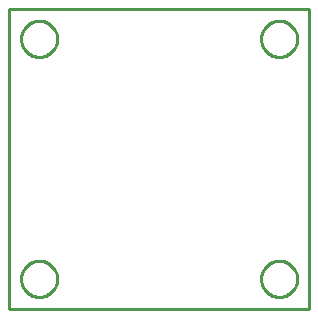
<source format=gko>
G04 EAGLE Gerber RS-274X export*
G75*
%MOMM*%
%FSLAX34Y34*%
%LPD*%
%IN*%
%IPPOS*%
%AMOC8*
5,1,8,0,0,1.08239X$1,22.5*%
G01*
%ADD10C,0.203200*%
%ADD11C,0.000000*%
%ADD12C,0.254000*%


D10*
X254000Y254000D02*
X0Y254000D01*
X0Y0D01*
X254000Y0D01*
X254000Y254000D01*
D11*
X10160Y228600D02*
X10165Y228974D01*
X10178Y229348D01*
X10201Y229721D01*
X10233Y230094D01*
X10275Y230466D01*
X10325Y230836D01*
X10384Y231205D01*
X10453Y231573D01*
X10530Y231939D01*
X10617Y232303D01*
X10712Y232665D01*
X10816Y233024D01*
X10929Y233381D01*
X11051Y233734D01*
X11181Y234085D01*
X11320Y234432D01*
X11467Y234776D01*
X11623Y235116D01*
X11787Y235452D01*
X11960Y235784D01*
X12140Y236112D01*
X12328Y236435D01*
X12524Y236753D01*
X12728Y237067D01*
X12940Y237375D01*
X13159Y237678D01*
X13386Y237976D01*
X13619Y238268D01*
X13860Y238554D01*
X14108Y238835D01*
X14362Y239109D01*
X14624Y239376D01*
X14891Y239638D01*
X15165Y239892D01*
X15446Y240140D01*
X15732Y240381D01*
X16024Y240614D01*
X16322Y240841D01*
X16625Y241060D01*
X16933Y241272D01*
X17247Y241476D01*
X17565Y241672D01*
X17888Y241860D01*
X18216Y242040D01*
X18548Y242213D01*
X18884Y242377D01*
X19224Y242533D01*
X19568Y242680D01*
X19915Y242819D01*
X20266Y242949D01*
X20619Y243071D01*
X20976Y243184D01*
X21335Y243288D01*
X21697Y243383D01*
X22061Y243470D01*
X22427Y243547D01*
X22795Y243616D01*
X23164Y243675D01*
X23534Y243725D01*
X23906Y243767D01*
X24279Y243799D01*
X24652Y243822D01*
X25026Y243835D01*
X25400Y243840D01*
X25774Y243835D01*
X26148Y243822D01*
X26521Y243799D01*
X26894Y243767D01*
X27266Y243725D01*
X27636Y243675D01*
X28005Y243616D01*
X28373Y243547D01*
X28739Y243470D01*
X29103Y243383D01*
X29465Y243288D01*
X29824Y243184D01*
X30181Y243071D01*
X30534Y242949D01*
X30885Y242819D01*
X31232Y242680D01*
X31576Y242533D01*
X31916Y242377D01*
X32252Y242213D01*
X32584Y242040D01*
X32912Y241860D01*
X33235Y241672D01*
X33553Y241476D01*
X33867Y241272D01*
X34175Y241060D01*
X34478Y240841D01*
X34776Y240614D01*
X35068Y240381D01*
X35354Y240140D01*
X35635Y239892D01*
X35909Y239638D01*
X36176Y239376D01*
X36438Y239109D01*
X36692Y238835D01*
X36940Y238554D01*
X37181Y238268D01*
X37414Y237976D01*
X37641Y237678D01*
X37860Y237375D01*
X38072Y237067D01*
X38276Y236753D01*
X38472Y236435D01*
X38660Y236112D01*
X38840Y235784D01*
X39013Y235452D01*
X39177Y235116D01*
X39333Y234776D01*
X39480Y234432D01*
X39619Y234085D01*
X39749Y233734D01*
X39871Y233381D01*
X39984Y233024D01*
X40088Y232665D01*
X40183Y232303D01*
X40270Y231939D01*
X40347Y231573D01*
X40416Y231205D01*
X40475Y230836D01*
X40525Y230466D01*
X40567Y230094D01*
X40599Y229721D01*
X40622Y229348D01*
X40635Y228974D01*
X40640Y228600D01*
X40635Y228226D01*
X40622Y227852D01*
X40599Y227479D01*
X40567Y227106D01*
X40525Y226734D01*
X40475Y226364D01*
X40416Y225995D01*
X40347Y225627D01*
X40270Y225261D01*
X40183Y224897D01*
X40088Y224535D01*
X39984Y224176D01*
X39871Y223819D01*
X39749Y223466D01*
X39619Y223115D01*
X39480Y222768D01*
X39333Y222424D01*
X39177Y222084D01*
X39013Y221748D01*
X38840Y221416D01*
X38660Y221088D01*
X38472Y220765D01*
X38276Y220447D01*
X38072Y220133D01*
X37860Y219825D01*
X37641Y219522D01*
X37414Y219224D01*
X37181Y218932D01*
X36940Y218646D01*
X36692Y218365D01*
X36438Y218091D01*
X36176Y217824D01*
X35909Y217562D01*
X35635Y217308D01*
X35354Y217060D01*
X35068Y216819D01*
X34776Y216586D01*
X34478Y216359D01*
X34175Y216140D01*
X33867Y215928D01*
X33553Y215724D01*
X33235Y215528D01*
X32912Y215340D01*
X32584Y215160D01*
X32252Y214987D01*
X31916Y214823D01*
X31576Y214667D01*
X31232Y214520D01*
X30885Y214381D01*
X30534Y214251D01*
X30181Y214129D01*
X29824Y214016D01*
X29465Y213912D01*
X29103Y213817D01*
X28739Y213730D01*
X28373Y213653D01*
X28005Y213584D01*
X27636Y213525D01*
X27266Y213475D01*
X26894Y213433D01*
X26521Y213401D01*
X26148Y213378D01*
X25774Y213365D01*
X25400Y213360D01*
X25026Y213365D01*
X24652Y213378D01*
X24279Y213401D01*
X23906Y213433D01*
X23534Y213475D01*
X23164Y213525D01*
X22795Y213584D01*
X22427Y213653D01*
X22061Y213730D01*
X21697Y213817D01*
X21335Y213912D01*
X20976Y214016D01*
X20619Y214129D01*
X20266Y214251D01*
X19915Y214381D01*
X19568Y214520D01*
X19224Y214667D01*
X18884Y214823D01*
X18548Y214987D01*
X18216Y215160D01*
X17888Y215340D01*
X17565Y215528D01*
X17247Y215724D01*
X16933Y215928D01*
X16625Y216140D01*
X16322Y216359D01*
X16024Y216586D01*
X15732Y216819D01*
X15446Y217060D01*
X15165Y217308D01*
X14891Y217562D01*
X14624Y217824D01*
X14362Y218091D01*
X14108Y218365D01*
X13860Y218646D01*
X13619Y218932D01*
X13386Y219224D01*
X13159Y219522D01*
X12940Y219825D01*
X12728Y220133D01*
X12524Y220447D01*
X12328Y220765D01*
X12140Y221088D01*
X11960Y221416D01*
X11787Y221748D01*
X11623Y222084D01*
X11467Y222424D01*
X11320Y222768D01*
X11181Y223115D01*
X11051Y223466D01*
X10929Y223819D01*
X10816Y224176D01*
X10712Y224535D01*
X10617Y224897D01*
X10530Y225261D01*
X10453Y225627D01*
X10384Y225995D01*
X10325Y226364D01*
X10275Y226734D01*
X10233Y227106D01*
X10201Y227479D01*
X10178Y227852D01*
X10165Y228226D01*
X10160Y228600D01*
X10160Y25400D02*
X10165Y25774D01*
X10178Y26148D01*
X10201Y26521D01*
X10233Y26894D01*
X10275Y27266D01*
X10325Y27636D01*
X10384Y28005D01*
X10453Y28373D01*
X10530Y28739D01*
X10617Y29103D01*
X10712Y29465D01*
X10816Y29824D01*
X10929Y30181D01*
X11051Y30534D01*
X11181Y30885D01*
X11320Y31232D01*
X11467Y31576D01*
X11623Y31916D01*
X11787Y32252D01*
X11960Y32584D01*
X12140Y32912D01*
X12328Y33235D01*
X12524Y33553D01*
X12728Y33867D01*
X12940Y34175D01*
X13159Y34478D01*
X13386Y34776D01*
X13619Y35068D01*
X13860Y35354D01*
X14108Y35635D01*
X14362Y35909D01*
X14624Y36176D01*
X14891Y36438D01*
X15165Y36692D01*
X15446Y36940D01*
X15732Y37181D01*
X16024Y37414D01*
X16322Y37641D01*
X16625Y37860D01*
X16933Y38072D01*
X17247Y38276D01*
X17565Y38472D01*
X17888Y38660D01*
X18216Y38840D01*
X18548Y39013D01*
X18884Y39177D01*
X19224Y39333D01*
X19568Y39480D01*
X19915Y39619D01*
X20266Y39749D01*
X20619Y39871D01*
X20976Y39984D01*
X21335Y40088D01*
X21697Y40183D01*
X22061Y40270D01*
X22427Y40347D01*
X22795Y40416D01*
X23164Y40475D01*
X23534Y40525D01*
X23906Y40567D01*
X24279Y40599D01*
X24652Y40622D01*
X25026Y40635D01*
X25400Y40640D01*
X25774Y40635D01*
X26148Y40622D01*
X26521Y40599D01*
X26894Y40567D01*
X27266Y40525D01*
X27636Y40475D01*
X28005Y40416D01*
X28373Y40347D01*
X28739Y40270D01*
X29103Y40183D01*
X29465Y40088D01*
X29824Y39984D01*
X30181Y39871D01*
X30534Y39749D01*
X30885Y39619D01*
X31232Y39480D01*
X31576Y39333D01*
X31916Y39177D01*
X32252Y39013D01*
X32584Y38840D01*
X32912Y38660D01*
X33235Y38472D01*
X33553Y38276D01*
X33867Y38072D01*
X34175Y37860D01*
X34478Y37641D01*
X34776Y37414D01*
X35068Y37181D01*
X35354Y36940D01*
X35635Y36692D01*
X35909Y36438D01*
X36176Y36176D01*
X36438Y35909D01*
X36692Y35635D01*
X36940Y35354D01*
X37181Y35068D01*
X37414Y34776D01*
X37641Y34478D01*
X37860Y34175D01*
X38072Y33867D01*
X38276Y33553D01*
X38472Y33235D01*
X38660Y32912D01*
X38840Y32584D01*
X39013Y32252D01*
X39177Y31916D01*
X39333Y31576D01*
X39480Y31232D01*
X39619Y30885D01*
X39749Y30534D01*
X39871Y30181D01*
X39984Y29824D01*
X40088Y29465D01*
X40183Y29103D01*
X40270Y28739D01*
X40347Y28373D01*
X40416Y28005D01*
X40475Y27636D01*
X40525Y27266D01*
X40567Y26894D01*
X40599Y26521D01*
X40622Y26148D01*
X40635Y25774D01*
X40640Y25400D01*
X40635Y25026D01*
X40622Y24652D01*
X40599Y24279D01*
X40567Y23906D01*
X40525Y23534D01*
X40475Y23164D01*
X40416Y22795D01*
X40347Y22427D01*
X40270Y22061D01*
X40183Y21697D01*
X40088Y21335D01*
X39984Y20976D01*
X39871Y20619D01*
X39749Y20266D01*
X39619Y19915D01*
X39480Y19568D01*
X39333Y19224D01*
X39177Y18884D01*
X39013Y18548D01*
X38840Y18216D01*
X38660Y17888D01*
X38472Y17565D01*
X38276Y17247D01*
X38072Y16933D01*
X37860Y16625D01*
X37641Y16322D01*
X37414Y16024D01*
X37181Y15732D01*
X36940Y15446D01*
X36692Y15165D01*
X36438Y14891D01*
X36176Y14624D01*
X35909Y14362D01*
X35635Y14108D01*
X35354Y13860D01*
X35068Y13619D01*
X34776Y13386D01*
X34478Y13159D01*
X34175Y12940D01*
X33867Y12728D01*
X33553Y12524D01*
X33235Y12328D01*
X32912Y12140D01*
X32584Y11960D01*
X32252Y11787D01*
X31916Y11623D01*
X31576Y11467D01*
X31232Y11320D01*
X30885Y11181D01*
X30534Y11051D01*
X30181Y10929D01*
X29824Y10816D01*
X29465Y10712D01*
X29103Y10617D01*
X28739Y10530D01*
X28373Y10453D01*
X28005Y10384D01*
X27636Y10325D01*
X27266Y10275D01*
X26894Y10233D01*
X26521Y10201D01*
X26148Y10178D01*
X25774Y10165D01*
X25400Y10160D01*
X25026Y10165D01*
X24652Y10178D01*
X24279Y10201D01*
X23906Y10233D01*
X23534Y10275D01*
X23164Y10325D01*
X22795Y10384D01*
X22427Y10453D01*
X22061Y10530D01*
X21697Y10617D01*
X21335Y10712D01*
X20976Y10816D01*
X20619Y10929D01*
X20266Y11051D01*
X19915Y11181D01*
X19568Y11320D01*
X19224Y11467D01*
X18884Y11623D01*
X18548Y11787D01*
X18216Y11960D01*
X17888Y12140D01*
X17565Y12328D01*
X17247Y12524D01*
X16933Y12728D01*
X16625Y12940D01*
X16322Y13159D01*
X16024Y13386D01*
X15732Y13619D01*
X15446Y13860D01*
X15165Y14108D01*
X14891Y14362D01*
X14624Y14624D01*
X14362Y14891D01*
X14108Y15165D01*
X13860Y15446D01*
X13619Y15732D01*
X13386Y16024D01*
X13159Y16322D01*
X12940Y16625D01*
X12728Y16933D01*
X12524Y17247D01*
X12328Y17565D01*
X12140Y17888D01*
X11960Y18216D01*
X11787Y18548D01*
X11623Y18884D01*
X11467Y19224D01*
X11320Y19568D01*
X11181Y19915D01*
X11051Y20266D01*
X10929Y20619D01*
X10816Y20976D01*
X10712Y21335D01*
X10617Y21697D01*
X10530Y22061D01*
X10453Y22427D01*
X10384Y22795D01*
X10325Y23164D01*
X10275Y23534D01*
X10233Y23906D01*
X10201Y24279D01*
X10178Y24652D01*
X10165Y25026D01*
X10160Y25400D01*
X213360Y25400D02*
X213365Y25774D01*
X213378Y26148D01*
X213401Y26521D01*
X213433Y26894D01*
X213475Y27266D01*
X213525Y27636D01*
X213584Y28005D01*
X213653Y28373D01*
X213730Y28739D01*
X213817Y29103D01*
X213912Y29465D01*
X214016Y29824D01*
X214129Y30181D01*
X214251Y30534D01*
X214381Y30885D01*
X214520Y31232D01*
X214667Y31576D01*
X214823Y31916D01*
X214987Y32252D01*
X215160Y32584D01*
X215340Y32912D01*
X215528Y33235D01*
X215724Y33553D01*
X215928Y33867D01*
X216140Y34175D01*
X216359Y34478D01*
X216586Y34776D01*
X216819Y35068D01*
X217060Y35354D01*
X217308Y35635D01*
X217562Y35909D01*
X217824Y36176D01*
X218091Y36438D01*
X218365Y36692D01*
X218646Y36940D01*
X218932Y37181D01*
X219224Y37414D01*
X219522Y37641D01*
X219825Y37860D01*
X220133Y38072D01*
X220447Y38276D01*
X220765Y38472D01*
X221088Y38660D01*
X221416Y38840D01*
X221748Y39013D01*
X222084Y39177D01*
X222424Y39333D01*
X222768Y39480D01*
X223115Y39619D01*
X223466Y39749D01*
X223819Y39871D01*
X224176Y39984D01*
X224535Y40088D01*
X224897Y40183D01*
X225261Y40270D01*
X225627Y40347D01*
X225995Y40416D01*
X226364Y40475D01*
X226734Y40525D01*
X227106Y40567D01*
X227479Y40599D01*
X227852Y40622D01*
X228226Y40635D01*
X228600Y40640D01*
X228974Y40635D01*
X229348Y40622D01*
X229721Y40599D01*
X230094Y40567D01*
X230466Y40525D01*
X230836Y40475D01*
X231205Y40416D01*
X231573Y40347D01*
X231939Y40270D01*
X232303Y40183D01*
X232665Y40088D01*
X233024Y39984D01*
X233381Y39871D01*
X233734Y39749D01*
X234085Y39619D01*
X234432Y39480D01*
X234776Y39333D01*
X235116Y39177D01*
X235452Y39013D01*
X235784Y38840D01*
X236112Y38660D01*
X236435Y38472D01*
X236753Y38276D01*
X237067Y38072D01*
X237375Y37860D01*
X237678Y37641D01*
X237976Y37414D01*
X238268Y37181D01*
X238554Y36940D01*
X238835Y36692D01*
X239109Y36438D01*
X239376Y36176D01*
X239638Y35909D01*
X239892Y35635D01*
X240140Y35354D01*
X240381Y35068D01*
X240614Y34776D01*
X240841Y34478D01*
X241060Y34175D01*
X241272Y33867D01*
X241476Y33553D01*
X241672Y33235D01*
X241860Y32912D01*
X242040Y32584D01*
X242213Y32252D01*
X242377Y31916D01*
X242533Y31576D01*
X242680Y31232D01*
X242819Y30885D01*
X242949Y30534D01*
X243071Y30181D01*
X243184Y29824D01*
X243288Y29465D01*
X243383Y29103D01*
X243470Y28739D01*
X243547Y28373D01*
X243616Y28005D01*
X243675Y27636D01*
X243725Y27266D01*
X243767Y26894D01*
X243799Y26521D01*
X243822Y26148D01*
X243835Y25774D01*
X243840Y25400D01*
X243835Y25026D01*
X243822Y24652D01*
X243799Y24279D01*
X243767Y23906D01*
X243725Y23534D01*
X243675Y23164D01*
X243616Y22795D01*
X243547Y22427D01*
X243470Y22061D01*
X243383Y21697D01*
X243288Y21335D01*
X243184Y20976D01*
X243071Y20619D01*
X242949Y20266D01*
X242819Y19915D01*
X242680Y19568D01*
X242533Y19224D01*
X242377Y18884D01*
X242213Y18548D01*
X242040Y18216D01*
X241860Y17888D01*
X241672Y17565D01*
X241476Y17247D01*
X241272Y16933D01*
X241060Y16625D01*
X240841Y16322D01*
X240614Y16024D01*
X240381Y15732D01*
X240140Y15446D01*
X239892Y15165D01*
X239638Y14891D01*
X239376Y14624D01*
X239109Y14362D01*
X238835Y14108D01*
X238554Y13860D01*
X238268Y13619D01*
X237976Y13386D01*
X237678Y13159D01*
X237375Y12940D01*
X237067Y12728D01*
X236753Y12524D01*
X236435Y12328D01*
X236112Y12140D01*
X235784Y11960D01*
X235452Y11787D01*
X235116Y11623D01*
X234776Y11467D01*
X234432Y11320D01*
X234085Y11181D01*
X233734Y11051D01*
X233381Y10929D01*
X233024Y10816D01*
X232665Y10712D01*
X232303Y10617D01*
X231939Y10530D01*
X231573Y10453D01*
X231205Y10384D01*
X230836Y10325D01*
X230466Y10275D01*
X230094Y10233D01*
X229721Y10201D01*
X229348Y10178D01*
X228974Y10165D01*
X228600Y10160D01*
X228226Y10165D01*
X227852Y10178D01*
X227479Y10201D01*
X227106Y10233D01*
X226734Y10275D01*
X226364Y10325D01*
X225995Y10384D01*
X225627Y10453D01*
X225261Y10530D01*
X224897Y10617D01*
X224535Y10712D01*
X224176Y10816D01*
X223819Y10929D01*
X223466Y11051D01*
X223115Y11181D01*
X222768Y11320D01*
X222424Y11467D01*
X222084Y11623D01*
X221748Y11787D01*
X221416Y11960D01*
X221088Y12140D01*
X220765Y12328D01*
X220447Y12524D01*
X220133Y12728D01*
X219825Y12940D01*
X219522Y13159D01*
X219224Y13386D01*
X218932Y13619D01*
X218646Y13860D01*
X218365Y14108D01*
X218091Y14362D01*
X217824Y14624D01*
X217562Y14891D01*
X217308Y15165D01*
X217060Y15446D01*
X216819Y15732D01*
X216586Y16024D01*
X216359Y16322D01*
X216140Y16625D01*
X215928Y16933D01*
X215724Y17247D01*
X215528Y17565D01*
X215340Y17888D01*
X215160Y18216D01*
X214987Y18548D01*
X214823Y18884D01*
X214667Y19224D01*
X214520Y19568D01*
X214381Y19915D01*
X214251Y20266D01*
X214129Y20619D01*
X214016Y20976D01*
X213912Y21335D01*
X213817Y21697D01*
X213730Y22061D01*
X213653Y22427D01*
X213584Y22795D01*
X213525Y23164D01*
X213475Y23534D01*
X213433Y23906D01*
X213401Y24279D01*
X213378Y24652D01*
X213365Y25026D01*
X213360Y25400D01*
X213360Y228600D02*
X213365Y228974D01*
X213378Y229348D01*
X213401Y229721D01*
X213433Y230094D01*
X213475Y230466D01*
X213525Y230836D01*
X213584Y231205D01*
X213653Y231573D01*
X213730Y231939D01*
X213817Y232303D01*
X213912Y232665D01*
X214016Y233024D01*
X214129Y233381D01*
X214251Y233734D01*
X214381Y234085D01*
X214520Y234432D01*
X214667Y234776D01*
X214823Y235116D01*
X214987Y235452D01*
X215160Y235784D01*
X215340Y236112D01*
X215528Y236435D01*
X215724Y236753D01*
X215928Y237067D01*
X216140Y237375D01*
X216359Y237678D01*
X216586Y237976D01*
X216819Y238268D01*
X217060Y238554D01*
X217308Y238835D01*
X217562Y239109D01*
X217824Y239376D01*
X218091Y239638D01*
X218365Y239892D01*
X218646Y240140D01*
X218932Y240381D01*
X219224Y240614D01*
X219522Y240841D01*
X219825Y241060D01*
X220133Y241272D01*
X220447Y241476D01*
X220765Y241672D01*
X221088Y241860D01*
X221416Y242040D01*
X221748Y242213D01*
X222084Y242377D01*
X222424Y242533D01*
X222768Y242680D01*
X223115Y242819D01*
X223466Y242949D01*
X223819Y243071D01*
X224176Y243184D01*
X224535Y243288D01*
X224897Y243383D01*
X225261Y243470D01*
X225627Y243547D01*
X225995Y243616D01*
X226364Y243675D01*
X226734Y243725D01*
X227106Y243767D01*
X227479Y243799D01*
X227852Y243822D01*
X228226Y243835D01*
X228600Y243840D01*
X228974Y243835D01*
X229348Y243822D01*
X229721Y243799D01*
X230094Y243767D01*
X230466Y243725D01*
X230836Y243675D01*
X231205Y243616D01*
X231573Y243547D01*
X231939Y243470D01*
X232303Y243383D01*
X232665Y243288D01*
X233024Y243184D01*
X233381Y243071D01*
X233734Y242949D01*
X234085Y242819D01*
X234432Y242680D01*
X234776Y242533D01*
X235116Y242377D01*
X235452Y242213D01*
X235784Y242040D01*
X236112Y241860D01*
X236435Y241672D01*
X236753Y241476D01*
X237067Y241272D01*
X237375Y241060D01*
X237678Y240841D01*
X237976Y240614D01*
X238268Y240381D01*
X238554Y240140D01*
X238835Y239892D01*
X239109Y239638D01*
X239376Y239376D01*
X239638Y239109D01*
X239892Y238835D01*
X240140Y238554D01*
X240381Y238268D01*
X240614Y237976D01*
X240841Y237678D01*
X241060Y237375D01*
X241272Y237067D01*
X241476Y236753D01*
X241672Y236435D01*
X241860Y236112D01*
X242040Y235784D01*
X242213Y235452D01*
X242377Y235116D01*
X242533Y234776D01*
X242680Y234432D01*
X242819Y234085D01*
X242949Y233734D01*
X243071Y233381D01*
X243184Y233024D01*
X243288Y232665D01*
X243383Y232303D01*
X243470Y231939D01*
X243547Y231573D01*
X243616Y231205D01*
X243675Y230836D01*
X243725Y230466D01*
X243767Y230094D01*
X243799Y229721D01*
X243822Y229348D01*
X243835Y228974D01*
X243840Y228600D01*
X243835Y228226D01*
X243822Y227852D01*
X243799Y227479D01*
X243767Y227106D01*
X243725Y226734D01*
X243675Y226364D01*
X243616Y225995D01*
X243547Y225627D01*
X243470Y225261D01*
X243383Y224897D01*
X243288Y224535D01*
X243184Y224176D01*
X243071Y223819D01*
X242949Y223466D01*
X242819Y223115D01*
X242680Y222768D01*
X242533Y222424D01*
X242377Y222084D01*
X242213Y221748D01*
X242040Y221416D01*
X241860Y221088D01*
X241672Y220765D01*
X241476Y220447D01*
X241272Y220133D01*
X241060Y219825D01*
X240841Y219522D01*
X240614Y219224D01*
X240381Y218932D01*
X240140Y218646D01*
X239892Y218365D01*
X239638Y218091D01*
X239376Y217824D01*
X239109Y217562D01*
X238835Y217308D01*
X238554Y217060D01*
X238268Y216819D01*
X237976Y216586D01*
X237678Y216359D01*
X237375Y216140D01*
X237067Y215928D01*
X236753Y215724D01*
X236435Y215528D01*
X236112Y215340D01*
X235784Y215160D01*
X235452Y214987D01*
X235116Y214823D01*
X234776Y214667D01*
X234432Y214520D01*
X234085Y214381D01*
X233734Y214251D01*
X233381Y214129D01*
X233024Y214016D01*
X232665Y213912D01*
X232303Y213817D01*
X231939Y213730D01*
X231573Y213653D01*
X231205Y213584D01*
X230836Y213525D01*
X230466Y213475D01*
X230094Y213433D01*
X229721Y213401D01*
X229348Y213378D01*
X228974Y213365D01*
X228600Y213360D01*
X228226Y213365D01*
X227852Y213378D01*
X227479Y213401D01*
X227106Y213433D01*
X226734Y213475D01*
X226364Y213525D01*
X225995Y213584D01*
X225627Y213653D01*
X225261Y213730D01*
X224897Y213817D01*
X224535Y213912D01*
X224176Y214016D01*
X223819Y214129D01*
X223466Y214251D01*
X223115Y214381D01*
X222768Y214520D01*
X222424Y214667D01*
X222084Y214823D01*
X221748Y214987D01*
X221416Y215160D01*
X221088Y215340D01*
X220765Y215528D01*
X220447Y215724D01*
X220133Y215928D01*
X219825Y216140D01*
X219522Y216359D01*
X219224Y216586D01*
X218932Y216819D01*
X218646Y217060D01*
X218365Y217308D01*
X218091Y217562D01*
X217824Y217824D01*
X217562Y218091D01*
X217308Y218365D01*
X217060Y218646D01*
X216819Y218932D01*
X216586Y219224D01*
X216359Y219522D01*
X216140Y219825D01*
X215928Y220133D01*
X215724Y220447D01*
X215528Y220765D01*
X215340Y221088D01*
X215160Y221416D01*
X214987Y221748D01*
X214823Y222084D01*
X214667Y222424D01*
X214520Y222768D01*
X214381Y223115D01*
X214251Y223466D01*
X214129Y223819D01*
X214016Y224176D01*
X213912Y224535D01*
X213817Y224897D01*
X213730Y225261D01*
X213653Y225627D01*
X213584Y225995D01*
X213525Y226364D01*
X213475Y226734D01*
X213433Y227106D01*
X213401Y227479D01*
X213378Y227852D01*
X213365Y228226D01*
X213360Y228600D01*
D12*
X0Y0D02*
X254000Y0D01*
X254000Y254000D01*
X0Y254000D01*
X0Y0D01*
X40640Y228056D02*
X40562Y226970D01*
X40407Y225892D01*
X40176Y224829D01*
X39869Y223784D01*
X39489Y222764D01*
X39037Y221774D01*
X38515Y220819D01*
X37926Y219903D01*
X37274Y219031D01*
X36561Y218209D01*
X35791Y217439D01*
X34969Y216726D01*
X34097Y216074D01*
X33181Y215485D01*
X32226Y214963D01*
X31236Y214511D01*
X30216Y214131D01*
X29171Y213824D01*
X28108Y213593D01*
X27030Y213438D01*
X25944Y213360D01*
X24856Y213360D01*
X23770Y213438D01*
X22692Y213593D01*
X21629Y213824D01*
X20584Y214131D01*
X19564Y214511D01*
X18574Y214963D01*
X17619Y215485D01*
X16703Y216074D01*
X15831Y216726D01*
X15009Y217439D01*
X14239Y218209D01*
X13526Y219031D01*
X12874Y219903D01*
X12285Y220819D01*
X11763Y221774D01*
X11311Y222764D01*
X10931Y223784D01*
X10624Y224829D01*
X10393Y225892D01*
X10238Y226970D01*
X10160Y228056D01*
X10160Y229144D01*
X10238Y230230D01*
X10393Y231308D01*
X10624Y232371D01*
X10931Y233416D01*
X11311Y234436D01*
X11763Y235426D01*
X12285Y236381D01*
X12874Y237297D01*
X13526Y238169D01*
X14239Y238991D01*
X15009Y239761D01*
X15831Y240474D01*
X16703Y241126D01*
X17619Y241715D01*
X18574Y242237D01*
X19564Y242689D01*
X20584Y243069D01*
X21629Y243376D01*
X22692Y243607D01*
X23770Y243762D01*
X24856Y243840D01*
X25944Y243840D01*
X27030Y243762D01*
X28108Y243607D01*
X29171Y243376D01*
X30216Y243069D01*
X31236Y242689D01*
X32226Y242237D01*
X33181Y241715D01*
X34097Y241126D01*
X34969Y240474D01*
X35791Y239761D01*
X36561Y238991D01*
X37274Y238169D01*
X37926Y237297D01*
X38515Y236381D01*
X39037Y235426D01*
X39489Y234436D01*
X39869Y233416D01*
X40176Y232371D01*
X40407Y231308D01*
X40562Y230230D01*
X40640Y229144D01*
X40640Y228056D01*
X40640Y24856D02*
X40562Y23770D01*
X40407Y22692D01*
X40176Y21629D01*
X39869Y20584D01*
X39489Y19564D01*
X39037Y18574D01*
X38515Y17619D01*
X37926Y16703D01*
X37274Y15831D01*
X36561Y15009D01*
X35791Y14239D01*
X34969Y13526D01*
X34097Y12874D01*
X33181Y12285D01*
X32226Y11763D01*
X31236Y11311D01*
X30216Y10931D01*
X29171Y10624D01*
X28108Y10393D01*
X27030Y10238D01*
X25944Y10160D01*
X24856Y10160D01*
X23770Y10238D01*
X22692Y10393D01*
X21629Y10624D01*
X20584Y10931D01*
X19564Y11311D01*
X18574Y11763D01*
X17619Y12285D01*
X16703Y12874D01*
X15831Y13526D01*
X15009Y14239D01*
X14239Y15009D01*
X13526Y15831D01*
X12874Y16703D01*
X12285Y17619D01*
X11763Y18574D01*
X11311Y19564D01*
X10931Y20584D01*
X10624Y21629D01*
X10393Y22692D01*
X10238Y23770D01*
X10160Y24856D01*
X10160Y25944D01*
X10238Y27030D01*
X10393Y28108D01*
X10624Y29171D01*
X10931Y30216D01*
X11311Y31236D01*
X11763Y32226D01*
X12285Y33181D01*
X12874Y34097D01*
X13526Y34969D01*
X14239Y35791D01*
X15009Y36561D01*
X15831Y37274D01*
X16703Y37926D01*
X17619Y38515D01*
X18574Y39037D01*
X19564Y39489D01*
X20584Y39869D01*
X21629Y40176D01*
X22692Y40407D01*
X23770Y40562D01*
X24856Y40640D01*
X25944Y40640D01*
X27030Y40562D01*
X28108Y40407D01*
X29171Y40176D01*
X30216Y39869D01*
X31236Y39489D01*
X32226Y39037D01*
X33181Y38515D01*
X34097Y37926D01*
X34969Y37274D01*
X35791Y36561D01*
X36561Y35791D01*
X37274Y34969D01*
X37926Y34097D01*
X38515Y33181D01*
X39037Y32226D01*
X39489Y31236D01*
X39869Y30216D01*
X40176Y29171D01*
X40407Y28108D01*
X40562Y27030D01*
X40640Y25944D01*
X40640Y24856D01*
X243840Y24856D02*
X243762Y23770D01*
X243607Y22692D01*
X243376Y21629D01*
X243069Y20584D01*
X242689Y19564D01*
X242237Y18574D01*
X241715Y17619D01*
X241126Y16703D01*
X240474Y15831D01*
X239761Y15009D01*
X238991Y14239D01*
X238169Y13526D01*
X237297Y12874D01*
X236381Y12285D01*
X235426Y11763D01*
X234436Y11311D01*
X233416Y10931D01*
X232371Y10624D01*
X231308Y10393D01*
X230230Y10238D01*
X229144Y10160D01*
X228056Y10160D01*
X226970Y10238D01*
X225892Y10393D01*
X224829Y10624D01*
X223784Y10931D01*
X222764Y11311D01*
X221774Y11763D01*
X220819Y12285D01*
X219903Y12874D01*
X219031Y13526D01*
X218209Y14239D01*
X217439Y15009D01*
X216726Y15831D01*
X216074Y16703D01*
X215485Y17619D01*
X214963Y18574D01*
X214511Y19564D01*
X214131Y20584D01*
X213824Y21629D01*
X213593Y22692D01*
X213438Y23770D01*
X213360Y24856D01*
X213360Y25944D01*
X213438Y27030D01*
X213593Y28108D01*
X213824Y29171D01*
X214131Y30216D01*
X214511Y31236D01*
X214963Y32226D01*
X215485Y33181D01*
X216074Y34097D01*
X216726Y34969D01*
X217439Y35791D01*
X218209Y36561D01*
X219031Y37274D01*
X219903Y37926D01*
X220819Y38515D01*
X221774Y39037D01*
X222764Y39489D01*
X223784Y39869D01*
X224829Y40176D01*
X225892Y40407D01*
X226970Y40562D01*
X228056Y40640D01*
X229144Y40640D01*
X230230Y40562D01*
X231308Y40407D01*
X232371Y40176D01*
X233416Y39869D01*
X234436Y39489D01*
X235426Y39037D01*
X236381Y38515D01*
X237297Y37926D01*
X238169Y37274D01*
X238991Y36561D01*
X239761Y35791D01*
X240474Y34969D01*
X241126Y34097D01*
X241715Y33181D01*
X242237Y32226D01*
X242689Y31236D01*
X243069Y30216D01*
X243376Y29171D01*
X243607Y28108D01*
X243762Y27030D01*
X243840Y25944D01*
X243840Y24856D01*
X243840Y228056D02*
X243762Y226970D01*
X243607Y225892D01*
X243376Y224829D01*
X243069Y223784D01*
X242689Y222764D01*
X242237Y221774D01*
X241715Y220819D01*
X241126Y219903D01*
X240474Y219031D01*
X239761Y218209D01*
X238991Y217439D01*
X238169Y216726D01*
X237297Y216074D01*
X236381Y215485D01*
X235426Y214963D01*
X234436Y214511D01*
X233416Y214131D01*
X232371Y213824D01*
X231308Y213593D01*
X230230Y213438D01*
X229144Y213360D01*
X228056Y213360D01*
X226970Y213438D01*
X225892Y213593D01*
X224829Y213824D01*
X223784Y214131D01*
X222764Y214511D01*
X221774Y214963D01*
X220819Y215485D01*
X219903Y216074D01*
X219031Y216726D01*
X218209Y217439D01*
X217439Y218209D01*
X216726Y219031D01*
X216074Y219903D01*
X215485Y220819D01*
X214963Y221774D01*
X214511Y222764D01*
X214131Y223784D01*
X213824Y224829D01*
X213593Y225892D01*
X213438Y226970D01*
X213360Y228056D01*
X213360Y229144D01*
X213438Y230230D01*
X213593Y231308D01*
X213824Y232371D01*
X214131Y233416D01*
X214511Y234436D01*
X214963Y235426D01*
X215485Y236381D01*
X216074Y237297D01*
X216726Y238169D01*
X217439Y238991D01*
X218209Y239761D01*
X219031Y240474D01*
X219903Y241126D01*
X220819Y241715D01*
X221774Y242237D01*
X222764Y242689D01*
X223784Y243069D01*
X224829Y243376D01*
X225892Y243607D01*
X226970Y243762D01*
X228056Y243840D01*
X229144Y243840D01*
X230230Y243762D01*
X231308Y243607D01*
X232371Y243376D01*
X233416Y243069D01*
X234436Y242689D01*
X235426Y242237D01*
X236381Y241715D01*
X237297Y241126D01*
X238169Y240474D01*
X238991Y239761D01*
X239761Y238991D01*
X240474Y238169D01*
X241126Y237297D01*
X241715Y236381D01*
X242237Y235426D01*
X242689Y234436D01*
X243069Y233416D01*
X243376Y232371D01*
X243607Y231308D01*
X243762Y230230D01*
X243840Y229144D01*
X243840Y228056D01*
M02*

</source>
